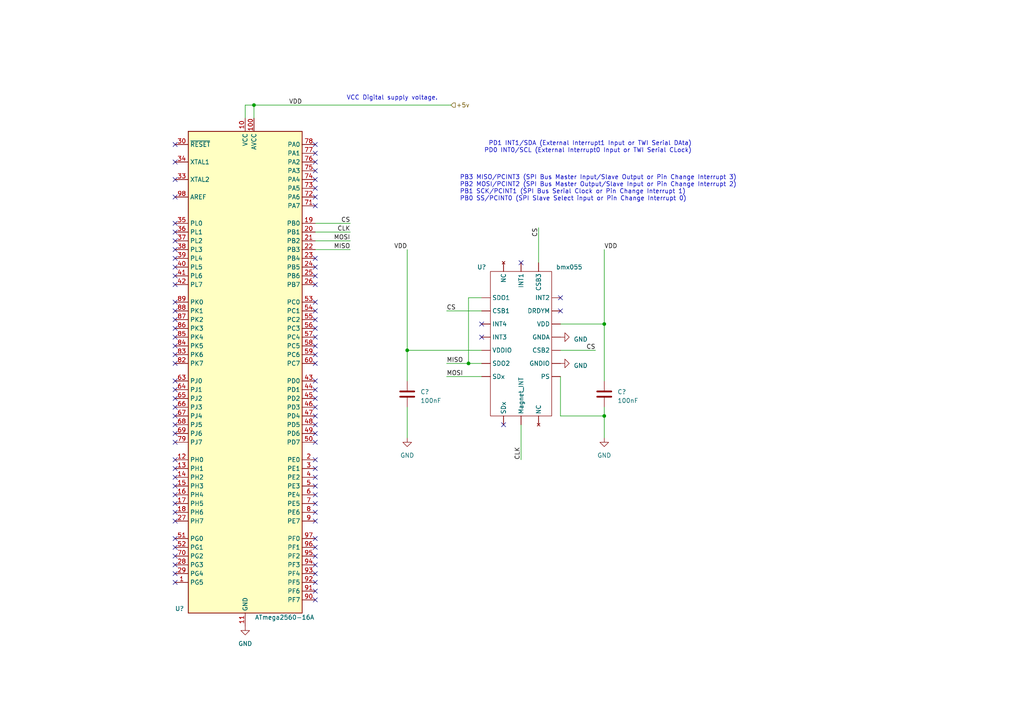
<source format=kicad_sch>
(kicad_sch (version 20210126) (generator eeschema)
  (paper "A4")
  (lib_symbols
    (symbol "Device:C" (pin_numbers hide) (pin_names (offset 0.254))
      (property "Reference" "C" (at 0.635 2.54 0))
      (property "Value" "C" (at 0.635 -2.54 0))
      (symbol "C_0_1"
        (polyline (pts (xy -2.032 -0.762) (xy 2.032 -0.762)) (stroke (width 0.508)))
        (polyline (pts (xy -2.032 0.762) (xy 2.032 0.762)) (stroke (width 0.508)))
      )
      (symbol "C_1_1"
        (pin passive line (at 0 3.81 270) (length 2.794) (name "~") (number "1"))
        (pin passive line (at 0 -3.81 90) (length 2.794) (name "~") (number "2"))
      )
    )
    (symbol "MCU_Microchip_ATmega:ATmega2560-16A"
      (property "Reference" "U" (at 0 1.27 0))
      (property "Value" "ATmega2560-16A" (at 0 -1.27 0))
      (symbol "ATmega2560-16A_0_1"
        (rectangle (start -16.51 -69.85) (end 16.51 69.85) (stroke (width 0.254)) (fill (type background)))
      )
      (symbol "ATmega2560-16A_1_1"
        (pin bidirectional line (at -20.32 -60.96 0) (length 3.81) (name "PG5") (number "1"))
        (pin power_in line (at 0 73.66 270) (length 3.81) (name "VCC") (number "10"))
        (pin power_in line (at 2.54 73.66 270) (length 3.81) (name "AVCC") (number "100"))
        (pin power_in line (at 0 -73.66 90) (length 3.81) (name "GND") (number "11"))
        (pin bidirectional line (at -20.32 -25.4 0) (length 3.81) (name "PH0") (number "12"))
        (pin bidirectional line (at -20.32 -27.94 0) (length 3.81) (name "PH1") (number "13"))
        (pin bidirectional line (at -20.32 -30.48 0) (length 3.81) (name "PH2") (number "14"))
        (pin bidirectional line (at -20.32 -33.02 0) (length 3.81) (name "PH3") (number "15"))
        (pin bidirectional line (at -20.32 -35.56 0) (length 3.81) (name "PH4") (number "16"))
        (pin bidirectional line (at -20.32 -38.1 0) (length 3.81) (name "PH5") (number "17"))
        (pin bidirectional line (at -20.32 -40.64 0) (length 3.81) (name "PH6") (number "18"))
        (pin bidirectional line (at 20.32 43.18 180) (length 3.81) (name "PB0") (number "19"))
        (pin bidirectional line (at 20.32 -25.4 180) (length 3.81) (name "PE0") (number "2"))
        (pin bidirectional line (at 20.32 40.64 180) (length 3.81) (name "PB1") (number "20"))
        (pin bidirectional line (at 20.32 38.1 180) (length 3.81) (name "PB2") (number "21"))
        (pin bidirectional line (at 20.32 35.56 180) (length 3.81) (name "PB3") (number "22"))
        (pin bidirectional line (at 20.32 33.02 180) (length 3.81) (name "PB4") (number "23"))
        (pin bidirectional line (at 20.32 30.48 180) (length 3.81) (name "PB5") (number "24"))
        (pin bidirectional line (at 20.32 27.94 180) (length 3.81) (name "PB6") (number "25"))
        (pin bidirectional line (at 20.32 25.4 180) (length 3.81) (name "PB7") (number "26"))
        (pin bidirectional line (at -20.32 -43.18 0) (length 3.81) (name "PH7") (number "27"))
        (pin bidirectional line (at -20.32 -55.88 0) (length 3.81) (name "PG3") (number "28"))
        (pin bidirectional line (at -20.32 -58.42 0) (length 3.81) (name "PG4") (number "29"))
        (pin bidirectional line (at 20.32 -27.94 180) (length 3.81) (name "PE1") (number "3"))
        (pin input line (at -20.32 66.04 0) (length 3.81) (name "~RESET") (number "30"))
        (pin passive line (at 0 73.66 270) (length 3.81) hide (name "VCC") (number "31"))
        (pin passive line (at 0 -73.66 90) (length 3.81) hide (name "GND") (number "32"))
        (pin output line (at -20.32 55.88 0) (length 3.81) (name "XTAL2") (number "33"))
        (pin input line (at -20.32 60.96 0) (length 3.81) (name "XTAL1") (number "34"))
        (pin bidirectional line (at -20.32 43.18 0) (length 3.81) (name "PL0") (number "35"))
        (pin bidirectional line (at -20.32 40.64 0) (length 3.81) (name "PL1") (number "36"))
        (pin bidirectional line (at -20.32 38.1 0) (length 3.81) (name "PL2") (number "37"))
        (pin bidirectional line (at -20.32 35.56 0) (length 3.81) (name "PL3") (number "38"))
        (pin bidirectional line (at -20.32 33.02 0) (length 3.81) (name "PL4") (number "39"))
        (pin bidirectional line (at 20.32 -30.48 180) (length 3.81) (name "PE2") (number "4"))
        (pin bidirectional line (at -20.32 30.48 0) (length 3.81) (name "PL5") (number "40"))
        (pin bidirectional line (at -20.32 27.94 0) (length 3.81) (name "PL6") (number "41"))
        (pin bidirectional line (at -20.32 25.4 0) (length 3.81) (name "PL7") (number "42"))
        (pin bidirectional line (at 20.32 -2.54 180) (length 3.81) (name "PD0") (number "43"))
        (pin bidirectional line (at 20.32 -5.08 180) (length 3.81) (name "PD1") (number "44"))
        (pin bidirectional line (at 20.32 -7.62 180) (length 3.81) (name "PD2") (number "45"))
        (pin bidirectional line (at 20.32 -10.16 180) (length 3.81) (name "PD3") (number "46"))
        (pin bidirectional line (at 20.32 -12.7 180) (length 3.81) (name "PD4") (number "47"))
        (pin bidirectional line (at 20.32 -15.24 180) (length 3.81) (name "PD5") (number "48"))
        (pin bidirectional line (at 20.32 -17.78 180) (length 3.81) (name "PD6") (number "49"))
        (pin bidirectional line (at 20.32 -33.02 180) (length 3.81) (name "PE3") (number "5"))
        (pin bidirectional line (at 20.32 -20.32 180) (length 3.81) (name "PD7") (number "50"))
        (pin bidirectional line (at -20.32 -48.26 0) (length 3.81) (name "PG0") (number "51"))
        (pin bidirectional line (at -20.32 -50.8 0) (length 3.81) (name "PG1") (number "52"))
        (pin bidirectional line (at 20.32 20.32 180) (length 3.81) (name "PC0") (number "53"))
        (pin bidirectional line (at 20.32 17.78 180) (length 3.81) (name "PC1") (number "54"))
        (pin bidirectional line (at 20.32 15.24 180) (length 3.81) (name "PC2") (number "55"))
        (pin bidirectional line (at 20.32 12.7 180) (length 3.81) (name "PC3") (number "56"))
        (pin bidirectional line (at 20.32 10.16 180) (length 3.81) (name "PC4") (number "57"))
        (pin bidirectional line (at 20.32 7.62 180) (length 3.81) (name "PC5") (number "58"))
        (pin bidirectional line (at 20.32 5.08 180) (length 3.81) (name "PC6") (number "59"))
        (pin bidirectional line (at 20.32 -35.56 180) (length 3.81) (name "PE4") (number "6"))
        (pin bidirectional line (at 20.32 2.54 180) (length 3.81) (name "PC7") (number "60"))
        (pin passive line (at 0 73.66 270) (length 3.81) hide (name "VCC") (number "61"))
        (pin passive line (at 0 -73.66 90) (length 3.81) hide (name "GND") (number "62"))
        (pin bidirectional line (at -20.32 -2.54 0) (length 3.81) (name "PJ0") (number "63"))
        (pin bidirectional line (at -20.32 -5.08 0) (length 3.81) (name "PJ1") (number "64"))
        (pin bidirectional line (at -20.32 -7.62 0) (length 3.81) (name "PJ2") (number "65"))
        (pin bidirectional line (at -20.32 -10.16 0) (length 3.81) (name "PJ3") (number "66"))
        (pin bidirectional line (at -20.32 -12.7 0) (length 3.81) (name "PJ4") (number "67"))
        (pin bidirectional line (at -20.32 -15.24 0) (length 3.81) (name "PJ5") (number "68"))
        (pin bidirectional line (at -20.32 -17.78 0) (length 3.81) (name "PJ6") (number "69"))
        (pin bidirectional line (at 20.32 -38.1 180) (length 3.81) (name "PE5") (number "7"))
        (pin bidirectional line (at -20.32 -53.34 0) (length 3.81) (name "PG2") (number "70"))
        (pin bidirectional line (at 20.32 48.26 180) (length 3.81) (name "PA7") (number "71"))
        (pin bidirectional line (at 20.32 50.8 180) (length 3.81) (name "PA6") (number "72"))
        (pin bidirectional line (at 20.32 53.34 180) (length 3.81) (name "PA5") (number "73"))
        (pin bidirectional line (at 20.32 55.88 180) (length 3.81) (name "PA4") (number "74"))
        (pin bidirectional line (at 20.32 58.42 180) (length 3.81) (name "PA3") (number "75"))
        (pin bidirectional line (at 20.32 60.96 180) (length 3.81) (name "PA2") (number "76"))
        (pin bidirectional line (at 20.32 63.5 180) (length 3.81) (name "PA1") (number "77"))
        (pin bidirectional line (at 20.32 66.04 180) (length 3.81) (name "PA0") (number "78"))
        (pin bidirectional line (at -20.32 -20.32 0) (length 3.81) (name "PJ7") (number "79"))
        (pin bidirectional line (at 20.32 -40.64 180) (length 3.81) (name "PE6") (number "8"))
        (pin passive line (at 0 73.66 270) (length 3.81) hide (name "VCC") (number "80"))
        (pin passive line (at 0 -73.66 90) (length 3.81) hide (name "GND") (number "81"))
        (pin bidirectional line (at -20.32 2.54 0) (length 3.81) (name "PK7") (number "82"))
        (pin bidirectional line (at -20.32 5.08 0) (length 3.81) (name "PK6") (number "83"))
        (pin bidirectional line (at -20.32 7.62 0) (length 3.81) (name "PK5") (number "84"))
        (pin bidirectional line (at -20.32 10.16 0) (length 3.81) (name "PK4") (number "85"))
        (pin bidirectional line (at -20.32 12.7 0) (length 3.81) (name "PK3") (number "86"))
        (pin bidirectional line (at -20.32 15.24 0) (length 3.81) (name "PK2") (number "87"))
        (pin bidirectional line (at -20.32 17.78 0) (length 3.81) (name "PK1") (number "88"))
        (pin bidirectional line (at -20.32 20.32 0) (length 3.81) (name "PK0") (number "89"))
        (pin bidirectional line (at 20.32 -43.18 180) (length 3.81) (name "PE7") (number "9"))
        (pin bidirectional line (at 20.32 -66.04 180) (length 3.81) (name "PF7") (number "90"))
        (pin bidirectional line (at 20.32 -63.5 180) (length 3.81) (name "PF6") (number "91"))
        (pin bidirectional line (at 20.32 -60.96 180) (length 3.81) (name "PF5") (number "92"))
        (pin bidirectional line (at 20.32 -58.42 180) (length 3.81) (name "PF4") (number "93"))
        (pin bidirectional line (at 20.32 -55.88 180) (length 3.81) (name "PF3") (number "94"))
        (pin bidirectional line (at 20.32 -53.34 180) (length 3.81) (name "PF2") (number "95"))
        (pin bidirectional line (at 20.32 -50.8 180) (length 3.81) (name "PF1") (number "96"))
        (pin bidirectional line (at 20.32 -48.26 180) (length 3.81) (name "PF0") (number "97"))
        (pin passive line (at -20.32 50.8 0) (length 3.81) (name "AREF") (number "98"))
        (pin passive line (at 0 -73.66 90) (length 3.81) hide (name "GND") (number "99"))
      )
    )
    (symbol "pb171:bmx055"
      (property "Reference" "U" (at -8.89 24.13 0))
      (property "Value" "bmx055" (at 15.24 -17.78 0))
      (symbol "bmx055_0_1"
        (rectangle (start -7.62 22.86) (end 10.16 -19.05) (stroke (width 0.1524)))
      )
      (symbol "bmx055_1_1"
        (pin passive line (at -10.16 11.43 0) (length 2.54) (name "CSB1") (number ""))
        (pin passive line (at 12.7 0 180) (length 2.54) (name "CSB2") (number ""))
        (pin passive line (at 6.35 25.4 270) (length 2.54) (name "CSB3") (number ""))
        (pin passive line (at 12.7 11.43 180) (length 2.54) (name "DRDYM") (number ""))
        (pin passive line (at 12.7 3.81 180) (length 2.54) (name "GNDA") (number ""))
        (pin passive line (at 12.7 -3.81 180) (length 2.54) (name "GNDIO") (number ""))
        (pin passive line (at 1.27 25.4 270) (length 2.54) (name "INT1") (number ""))
        (pin passive line (at 12.7 15.24 180) (length 2.54) (name "INT2") (number ""))
        (pin passive line (at -10.16 3.81 0) (length 2.54) (name "INT3") (number ""))
        (pin passive line (at -10.16 7.62 0) (length 2.54) (name "INT4") (number ""))
        (pin passive line (at 1.27 -21.59 90) (length 2.54) (name "Magnet_INT") (number ""))
        (pin no_connect line (at -3.81 25.4 270) (length 2.54) (name "NC") (number ""))
        (pin no_connect line (at 6.35 -21.59 90) (length 2.54) (name "NC") (number ""))
        (pin passive line (at 12.7 -7.62 180) (length 2.54) (name "PS") (number ""))
        (pin passive line (at -10.16 15.24 0) (length 2.54) (name "SDO1") (number ""))
        (pin passive line (at -10.16 -3.81 0) (length 2.54) (name "SDO2") (number ""))
        (pin passive line (at -10.16 -7.62 0) (length 2.54) (name "SDx") (number ""))
        (pin passive line (at -3.81 -21.59 90) (length 2.54) (name "SDx") (number ""))
        (pin passive line (at 12.7 7.62 180) (length 2.54) (name "VDD") (number ""))
        (pin passive line (at -10.16 0 0) (length 2.54) (name "VDDIO") (number ""))
      )
    )
    (symbol "power:GND" (power) (pin_names (offset 0))
      (property "Value" "GND" (at 0 -3.81 0))
      (symbol "GND_0_1"
        (polyline (pts (xy 0 0) (xy 0 -1.27) (xy 1.27 -1.27) (xy 0 -2.54) (xy -1.27 -1.27) (xy 0 -1.27)))
      )
      (symbol "GND_1_1"
        (pin power_in line (at 0 0 270) (length 0) hide (name "GND") (number "1"))
      )
    )
  )
  (junction (at 73.66 30.48) (diameter 0.9144))
  (junction (at 118.11 101.6) (diameter 0.9144))
  (junction (at 135.89 105.41) (diameter 0.9144))
  (junction (at 175.26 93.98) (diameter 0.9144))
  (junction (at 175.26 120.65) (diameter 0.9144))
  (no_connect (at 50.8 41.91))
  (no_connect (at 50.8 46.99))
  (no_connect (at 50.8 52.07))
  (no_connect (at 50.8 57.15))
  (no_connect (at 50.8 64.77))
  (no_connect (at 50.8 67.31))
  (no_connect (at 50.8 69.85))
  (no_connect (at 50.8 72.39))
  (no_connect (at 50.8 74.93))
  (no_connect (at 50.8 77.47))
  (no_connect (at 50.8 80.01))
  (no_connect (at 50.8 82.55))
  (no_connect (at 50.8 87.63))
  (no_connect (at 50.8 90.17))
  (no_connect (at 50.8 92.71))
  (no_connect (at 50.8 95.25))
  (no_connect (at 50.8 97.79))
  (no_connect (at 50.8 100.33))
  (no_connect (at 50.8 102.87))
  (no_connect (at 50.8 105.41))
  (no_connect (at 50.8 110.49))
  (no_connect (at 50.8 113.03))
  (no_connect (at 50.8 115.57))
  (no_connect (at 50.8 118.11))
  (no_connect (at 50.8 120.65))
  (no_connect (at 50.8 123.19))
  (no_connect (at 50.8 125.73))
  (no_connect (at 50.8 128.27))
  (no_connect (at 50.8 133.35))
  (no_connect (at 50.8 135.89))
  (no_connect (at 50.8 138.43))
  (no_connect (at 50.8 140.97))
  (no_connect (at 50.8 143.51))
  (no_connect (at 50.8 146.05))
  (no_connect (at 50.8 148.59))
  (no_connect (at 50.8 151.13))
  (no_connect (at 50.8 156.21))
  (no_connect (at 50.8 158.75))
  (no_connect (at 50.8 161.29))
  (no_connect (at 50.8 163.83))
  (no_connect (at 50.8 166.37))
  (no_connect (at 50.8 168.91))
  (no_connect (at 91.44 41.91))
  (no_connect (at 91.44 44.45))
  (no_connect (at 91.44 46.99))
  (no_connect (at 91.44 49.53))
  (no_connect (at 91.44 52.07))
  (no_connect (at 91.44 54.61))
  (no_connect (at 91.44 57.15))
  (no_connect (at 91.44 59.69))
  (no_connect (at 91.44 74.93))
  (no_connect (at 91.44 77.47))
  (no_connect (at 91.44 80.01))
  (no_connect (at 91.44 82.55))
  (no_connect (at 91.44 87.63))
  (no_connect (at 91.44 90.17))
  (no_connect (at 91.44 92.71))
  (no_connect (at 91.44 95.25))
  (no_connect (at 91.44 97.79))
  (no_connect (at 91.44 100.33))
  (no_connect (at 91.44 102.87))
  (no_connect (at 91.44 105.41))
  (no_connect (at 91.44 110.49))
  (no_connect (at 91.44 113.03))
  (no_connect (at 91.44 115.57))
  (no_connect (at 91.44 118.11))
  (no_connect (at 91.44 120.65))
  (no_connect (at 91.44 123.19))
  (no_connect (at 91.44 125.73))
  (no_connect (at 91.44 128.27))
  (no_connect (at 91.44 133.35))
  (no_connect (at 91.44 135.89))
  (no_connect (at 91.44 138.43))
  (no_connect (at 91.44 140.97))
  (no_connect (at 91.44 143.51))
  (no_connect (at 91.44 146.05))
  (no_connect (at 91.44 148.59))
  (no_connect (at 91.44 151.13))
  (no_connect (at 91.44 156.21))
  (no_connect (at 91.44 158.75))
  (no_connect (at 91.44 161.29))
  (no_connect (at 91.44 163.83))
  (no_connect (at 91.44 166.37))
  (no_connect (at 91.44 168.91))
  (no_connect (at 91.44 171.45))
  (no_connect (at 91.44 173.99))
  (no_connect (at 139.7 93.98))
  (no_connect (at 139.7 97.79))
  (no_connect (at 146.05 123.19))
  (no_connect (at 151.13 76.2))
  (no_connect (at 162.56 86.36))
  (no_connect (at 162.56 90.17))
  (wire (pts (xy 71.12 30.48) (xy 71.12 34.29)))
  (wire (pts (xy 73.66 30.48) (xy 71.12 30.48)))
  (wire (pts (xy 73.66 30.48) (xy 73.66 34.29)))
  (wire (pts (xy 73.66 30.48) (xy 130.81 30.48)))
  (wire (pts (xy 91.44 64.77) (xy 101.6 64.77)))
  (wire (pts (xy 91.44 67.31) (xy 101.6 67.31)))
  (wire (pts (xy 91.44 69.85) (xy 101.6 69.85)))
  (wire (pts (xy 91.44 72.39) (xy 101.6 72.39)))
  (wire (pts (xy 118.11 72.39) (xy 118.11 101.6)))
  (wire (pts (xy 118.11 101.6) (xy 118.11 110.49)))
  (wire (pts (xy 118.11 101.6) (xy 139.7 101.6)))
  (wire (pts (xy 118.11 118.11) (xy 118.11 127)))
  (wire (pts (xy 135.89 86.36) (xy 139.7 86.36)))
  (wire (pts (xy 135.89 105.41) (xy 129.54 105.41)))
  (wire (pts (xy 135.89 105.41) (xy 135.89 86.36)))
  (wire (pts (xy 139.7 90.17) (xy 129.54 90.17)))
  (wire (pts (xy 139.7 105.41) (xy 135.89 105.41)))
  (wire (pts (xy 139.7 109.22) (xy 129.54 109.22)))
  (wire (pts (xy 151.13 123.19) (xy 151.13 133.35)))
  (wire (pts (xy 156.21 76.2) (xy 156.21 66.04)))
  (wire (pts (xy 162.56 93.98) (xy 175.26 93.98)))
  (wire (pts (xy 162.56 101.6) (xy 172.72 101.6)))
  (wire (pts (xy 162.56 109.22) (xy 162.56 120.65)))
  (wire (pts (xy 162.56 120.65) (xy 175.26 120.65)))
  (wire (pts (xy 175.26 72.39) (xy 175.26 93.98)))
  (wire (pts (xy 175.26 93.98) (xy 175.26 110.49)))
  (wire (pts (xy 175.26 118.11) (xy 175.26 120.65)))
  (wire (pts (xy 175.26 120.65) (xy 175.26 127)))
  (text "VCC Digital supply voltage." (at 127 29.21 180) (effects (font (size 1.27 1.27)) (justify right bottom)))
  (text "PB3 MISO/PCINT3 (SPI Bus Master Input/Slave Output or Pin Change Interrupt 3)\nPB2 MOSI/PCINT2 (SPI Bus Master Output/Slave Input or Pin Change Interrupt 2)\nPB1 SCK/PCINT1 (SPI Bus Serial Clock or Pin Change Interrupt 1)\nPB0 SS/PCINT0 (SPI Slave Select input or Pin Change Interrupt 0)" (at 133.35 58.42 0) (effects (font (size 1.27 1.27)) (justify left bottom)))
  (text "PD1 INT1/SDA (External Interrupt1 Input or TWI Serial DAta)\nPD0 INT0/SCL (External Interrupt0 Input or TWI Serial CLock)" (at 200.66 44.45 0) (effects (font (size 1.27 1.27)) (justify right bottom)))
  (label "VDD" (at 87.63 30.48 180))
  (label "CS" (at 101.6 64.77 180))
  (label "CLK" (at 101.6 67.31 180))
  (label "MOSI" (at 101.6 69.85 180))
  (label "MISO" (at 101.6 72.39 180))
  (label "VDD" (at 118.11 72.39 180))
  (label "CS" (at 129.54 90.17 0))
  (label "MISO" (at 129.54 105.41 0))
  (label "MOSI" (at 129.54 109.22 0))
  (label "CLK" (at 151.13 133.35 90))
  (label "CS" (at 156.21 66.04 270))
  (label "CS" (at 172.72 101.6 180))
  (label "VDD" (at 175.26 72.39 0))
  (hierarchical_label "+5v" (shape input) (at 130.81 30.48 0))
  (symbol (lib_id "power:GND") (at 71.12 181.61 0) (mirror y) (unit 1)
    (property "Reference" "#PWR?" (effects hide))
    (property "Value" "GND" (at 71.12 186.69 0))
  )
  (symbol (lib_id "power:GND") (at 118.11 127 0) (mirror y) (unit 1)
    (property "Reference" "#PWR?" (effects hide))
    (property "Value" "GND" (at 118.11 132.08 0))
  )
  (symbol (lib_id "power:GND") (at 162.56 97.79 90) (mirror x) (unit 1)
    (property "Reference" "#PWR?" (effects hide))
    (property "Value" "GND" (at 166.37 98.4249 90) (effects (justify right)))
  )
  (symbol (lib_id "power:GND") (at 162.56 105.41 90) (mirror x) (unit 1)
    (property "Reference" "#PWR?" (effects hide))
    (property "Value" "GND" (at 166.37 106.0449 90) (effects (justify right)))
  )
  (symbol (lib_id "power:GND") (at 175.26 127 0) (mirror y) (unit 1)
    (property "Reference" "#PWR?" (effects hide))
    (property "Value" "GND" (at 175.26 132.08 0))
  )
  (symbol (lib_id "Device:C") (at 118.11 114.3 0) (unit 1)
    (property "Reference" "C?" (at 121.92 113.6649 0) (effects (justify left)))
    (property "Value" "100nF" (at 121.92 116.2049 0) (effects (justify left)))
  )
  (symbol (lib_id "Device:C") (at 175.26 114.3 0) (unit 1)
    (property "Reference" "C?" (at 179.07 113.6649 0) (effects (justify left)))
    (property "Value" "100nF" (at 179.07 116.2049 0) (effects (justify left)))
  )
  (symbol (lib_id "pb171:bmx055") (at 149.86 101.6 0) (unit 1)
    (property "Reference" "U?" (at 139.7 77.47 0))
    (property "Value" "bmx055" (at 165.1 77.47 0))
  )
  (symbol (lib_id "MCU_Microchip_ATmega:ATmega2560-16A") (at 71.12 107.95 0) (unit 1)
    (property "Reference" "U?" (at 52.07 176.53 0))
    (property "Value" "ATmega2560-16A" (at 82.55 179.07 0))
    (property "Footprint" "Package_QFP:TQFP-100_14x14mm_P0.5mm" (effects hide))
    (property "Datasheet" "http://ww1.microchip.com/downloads/en/DeviceDoc/Atmel-2549-8-bit-AVR-Microcontroller-ATmega640-1280-1281-2560-2561_datasheet.pdf" (effects hide))
  )
)
</source>
